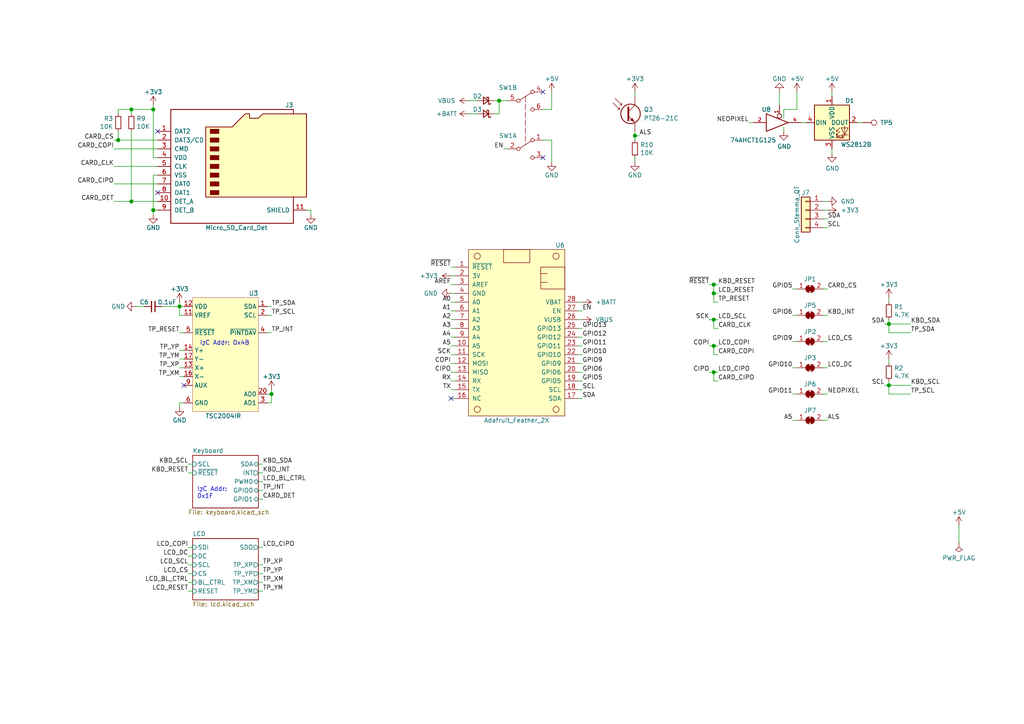
<source format=kicad_sch>
(kicad_sch (version 20210126) (generator eeschema)
  (paper "A4")
  (lib_symbols
    (symbol "74xGxx:74AHCT1G125" (pin_names (offset 1.016))
      (property "Reference" "U" (at -2.54 3.81 0))
      (property "Value" "74AHCT1G125" (at 0 -3.81 0))
      (symbol "74AHCT1G125_0_1"
        (polyline (pts (xy -3.81 2.54) (xy -3.81 -2.54) (xy 2.54 0) (xy -3.81 2.54)) (stroke (width 0.254)))
      )
      (symbol "74AHCT1G125_1_1"
        (pin input inverted (at 0 5.08 270) (length 3.81) (name "~") (number "1"))
        (pin input line (at -7.62 0 0) (length 3.81) (name "~") (number "2"))
        (pin power_in line (at 1.27 -1.27 270) (length 0) hide (name "GND") (number "3"))
        (pin tri_state line (at 6.35 0 180) (length 3.81) (name "~") (number "4"))
        (pin power_in line (at 1.27 1.27 90) (length 0) hide (name "VCC") (number "5"))
      )
    )
    (symbol "Connector:Micro_SD_Card_Det" (pin_names (offset 1.016))
      (property "Reference" "J" (at -16.51 17.78 0))
      (property "Value" "Micro_SD_Card_Det" (at 16.51 17.78 0))
      (symbol "Micro_SD_Card_Det_0_1"
        (rectangle (start -7.62 -6.985) (end -5.08 -8.255) (fill (type outline)))
        (rectangle (start -7.62 -4.445) (end -5.08 -5.715) (fill (type outline)))
        (rectangle (start -7.62 -1.905) (end -5.08 -3.175) (fill (type outline)))
        (rectangle (start -7.62 0.635) (end -5.08 -0.635) (fill (type outline)))
        (rectangle (start -7.62 3.175) (end -5.08 1.905) (fill (type outline)))
        (rectangle (start -7.62 5.715) (end -5.08 4.445) (fill (type outline)))
        (rectangle (start -7.62 8.255) (end -5.08 6.985) (fill (type outline)))
        (rectangle (start -7.62 10.795) (end -5.08 9.525) (fill (type outline)))
        (polyline (pts (xy 16.51 15.24) (xy 16.51 16.51) (xy -19.05 16.51) (xy -19.05 -16.51) (xy 16.51 -16.51) (xy 16.51 -8.89)) (stroke (width 0.254)))
        (polyline (pts (xy -8.89 -8.89) (xy -8.89 11.43) (xy -1.27 11.43) (xy 2.54 15.24) (xy 3.81 15.24) (xy 3.81 13.97) (xy 6.35 13.97) (xy 7.62 15.24) (xy 20.32 15.24) (xy 20.32 -8.89) (xy -8.89 -8.89)) (stroke (width 0.254)) (fill (type background)))
      )
      (symbol "Micro_SD_Card_Det_1_1"
        (pin bidirectional line (at -22.86 10.16 0) (length 3.81) (name "DAT2") (number "1"))
        (pin passive line (at -22.86 -10.16 0) (length 3.81) (name "DET_A") (number "10"))
        (pin passive line (at 20.32 -12.7 180) (length 3.81) (name "SHIELD") (number "11"))
        (pin bidirectional line (at -22.86 7.62 0) (length 3.81) (name "DAT3/CD") (number "2"))
        (pin input line (at -22.86 5.08 0) (length 3.81) (name "CMD") (number "3"))
        (pin power_in line (at -22.86 2.54 0) (length 3.81) (name "VDD") (number "4"))
        (pin input line (at -22.86 0 0) (length 3.81) (name "CLK") (number "5"))
        (pin power_in line (at -22.86 -2.54 0) (length 3.81) (name "VSS") (number "6"))
        (pin bidirectional line (at -22.86 -5.08 0) (length 3.81) (name "DAT0") (number "7"))
        (pin bidirectional line (at -22.86 -7.62 0) (length 3.81) (name "DAT1") (number "8"))
        (pin passive line (at -22.86 -12.7 0) (length 3.81) (name "DET_B") (number "9"))
      )
    )
    (symbol "Connector:TestPoint" (pin_numbers hide) (pin_names (offset 0.762) hide)
      (property "Reference" "TP" (at 0 6.858 0))
      (property "Value" "TestPoint" (at 0 5.08 0))
      (symbol "TestPoint_0_1"
        (circle (center 0 3.302) (radius 0.762))
      )
      (symbol "TestPoint_1_1"
        (pin passive line (at 0 0 90) (length 2.54) (name "1") (number "1"))
      )
    )
    (symbol "Connector_Generic:Conn_01x04" (pin_names (offset 1.016) hide)
      (property "Reference" "J" (at 0 5.08 0))
      (property "Value" "Conn_01x04" (at 0 -7.62 0))
      (symbol "Conn_01x04_1_1"
        (rectangle (start -1.27 -4.953) (end 0 -5.207) (stroke (width 0.1524)))
        (rectangle (start -1.27 -2.413) (end 0 -2.667) (stroke (width 0.1524)))
        (rectangle (start -1.27 0.127) (end 0 -0.127) (stroke (width 0.1524)))
        (rectangle (start -1.27 2.667) (end 0 2.413) (stroke (width 0.1524)))
        (rectangle (start -1.27 3.81) (end 1.27 -6.35) (stroke (width 0.254)) (fill (type background)))
        (pin passive line (at -5.08 2.54 0) (length 3.81) (name "Pin_1") (number "1"))
        (pin passive line (at -5.08 0 0) (length 3.81) (name "Pin_2") (number "2"))
        (pin passive line (at -5.08 -2.54 0) (length 3.81) (name "Pin_3") (number "3"))
        (pin passive line (at -5.08 -5.08 0) (length 3.81) (name "Pin_4") (number "4"))
      )
    )
    (symbol "Device:C_Small" (pin_numbers hide) (pin_names (offset 0.254) hide)
      (property "Reference" "C" (at 0.254 1.778 0))
      (property "Value" "C_Small" (at 0.254 -2.032 0))
      (symbol "C_Small_0_1"
        (polyline (pts (xy -1.524 -0.508) (xy 1.524 -0.508)) (stroke (width 0.3302)))
        (polyline (pts (xy -1.524 0.508) (xy 1.524 0.508)) (stroke (width 0.3048)))
      )
      (symbol "C_Small_1_1"
        (pin passive line (at 0 2.54 270) (length 2.032) (name "~") (number "1"))
        (pin passive line (at 0 -2.54 90) (length 2.032) (name "~") (number "2"))
      )
    )
    (symbol "Device:D_Schottky_Small" (pin_numbers hide) (pin_names (offset 0.254) hide)
      (property "Reference" "D" (at -1.27 2.032 0))
      (property "Value" "D_Schottky_Small" (at -7.112 -2.032 0))
      (symbol "D_Schottky_Small_0_1"
        (polyline (pts (xy -0.762 0) (xy 0.762 0)))
        (polyline (pts (xy 0.762 -1.016) (xy -0.762 0) (xy 0.762 1.016) (xy 0.762 -1.016)) (stroke (width 0.254)))
        (polyline (pts (xy -1.27 0.762) (xy -1.27 1.016) (xy -0.762 1.016) (xy -0.762 -1.016) (xy -0.254 -1.016) (xy -0.254 -0.762)) (stroke (width 0.254)))
      )
      (symbol "D_Schottky_Small_1_1"
        (pin passive line (at -2.54 0 0) (length 1.778) (name "K") (number "1"))
        (pin passive line (at 2.54 0 180) (length 1.778) (name "A") (number "2"))
      )
    )
    (symbol "Device:R_Small" (pin_numbers hide) (pin_names (offset 0.254) hide)
      (property "Reference" "R" (at 0.762 0.508 0))
      (property "Value" "R_Small" (at 0.762 -1.016 0))
      (symbol "R_Small_0_1"
        (rectangle (start -0.762 1.778) (end 0.762 -1.778) (stroke (width 0.2032)))
      )
      (symbol "R_Small_1_1"
        (pin passive line (at 0 2.54 270) (length 0.762) (name "~") (number "1"))
        (pin passive line (at 0 -2.54 90) (length 0.762) (name "~") (number "2"))
      )
    )
    (symbol "Interface_Expansion_Extra:TSC2004IR"
      (property "Reference" "U" (at 10.16 17.78 0))
      (property "Value" "TSC2004IR" (at 1.27 -17.78 0))
      (symbol "TSC2004IR_0_0"
        (pin bidirectional line (at 12.7 13.97 180) (length 2.54) (name "SDA") (number "1"))
        (pin passive line (at -11.43 -13.97 0) (length 2.54) hide (name "GND") (number "10"))
        (pin input line (at -11.43 11.43 0) (length 2.54) (name "VREF") (number "11"))
        (pin power_in line (at -11.43 13.97 0) (length 2.54) (name "VDD") (number "12"))
        (pin input line (at -11.43 -3.81 0) (length 2.54) (name "X+") (number "13"))
        (pin input line (at -11.43 1.27 0) (length 2.54) (name "Y+") (number "14"))
        (pin passive line (at -11.43 -13.97 0) (length 2.54) hide (name "GND") (number "15"))
        (pin input line (at -11.43 -6.35 0) (length 2.54) (name "X-") (number "16"))
        (pin input line (at -11.43 -1.27 0) (length 2.54) (name "Y-") (number "17"))
        (pin passive line (at -11.43 -13.97 0) (length 2.54) hide (name "GND") (number "18"))
        (pin no_connect line (at -2.54 -3.81 0) (length 2.54) hide (name "NC") (number "19"))
        (pin input line (at 12.7 11.43 180) (length 2.54) (name "SCL") (number "2"))
        (pin input line (at 12.7 -11.43 180) (length 2.54) (name "AD0") (number "20"))
        (pin passive line (at -11.43 -13.97 0) (length 2.54) hide (name "GND") (number "21"))
        (pin input line (at 12.7 -13.97 180) (length 2.54) (name "AD1") (number "3"))
        (pin output line (at 12.7 6.35 180) (length 2.54) (name "~PINTDAV~") (number "4"))
        (pin input line (at -11.43 6.35 0) (length 2.54) (name "~RESET~") (number "5"))
        (pin power_in line (at -11.43 -13.97 0) (length 2.54) (name "GND") (number "6"))
        (pin passive line (at -11.43 13.97 0) (length 2.54) hide (name "VDD") (number "7"))
        (pin no_connect line (at -2.54 -1.27 0) (length 2.54) hide (name "NC") (number "8"))
        (pin input line (at -11.43 -8.89 0) (length 2.54) (name "AUX") (number "9"))
      )
      (symbol "TSC2004IR_0_1"
        (rectangle (start -8.89 16.51) (end 10.16 -16.51) (stroke (width 0.001)) (fill (type background)))
      )
    )
    (symbol "Jumper:SolderJumper_2_Bridged" (pin_names (offset 0) hide)
      (property "Reference" "JP" (at 0 2.032 0))
      (property "Value" "SolderJumper_2_Bridged" (at 0 -2.54 0))
      (symbol "SolderJumper_2_Bridged_0_1"
        (arc (start -0.254 1.016) (end -0.254 -1.016) (radius (at -0.254 0) (length 1.016) (angles 90.1 -90.1)))
        (arc (start 0.254 -1.016) (end 0.254 1.016) (radius (at 0.254 0) (length 1.016) (angles -89.9 89.9)))
        (arc (start -0.254 1.016) (end -0.254 -1.016) (radius (at -0.254 0) (length 1.016) (angles 90.1 -90.1)) (fill (type outline)))
        (arc (start 0.254 -1.016) (end 0.254 1.016) (radius (at 0.254 0) (length 1.016) (angles -89.9 89.9)) (fill (type outline)))
        (rectangle (start -0.508 0.508) (end 0.508 -0.508) (fill (type outline)))
        (polyline (pts (xy -0.254 1.016) (xy -0.254 -1.016)))
        (polyline (pts (xy 0.254 1.016) (xy 0.254 -1.016)))
      )
      (symbol "SolderJumper_2_Bridged_1_1"
        (pin passive line (at -3.81 0 0) (length 2.54) (name "A") (number "1"))
        (pin passive line (at 3.81 0 180) (length 2.54) (name "B") (number "2"))
      )
    )
    (symbol "LED:WS2812B" (pin_names (offset 0.254))
      (property "Reference" "D" (at 5.08 5.715 0))
      (property "Value" "WS2812B" (at 1.27 -5.715 0))
      (symbol "WS2812B_0_0"
        (text "RGB" (at 2.286 -4.191 0) (effects (font (size 0.762 0.762))))
      )
      (symbol "WS2812B_0_1"
        (rectangle (start 5.08 5.08) (end -5.08 -5.08) (stroke (width 0.254)) (fill (type background)))
        (polyline (pts (xy 1.27 -3.556) (xy 1.778 -3.556)))
        (polyline (pts (xy 1.27 -2.54) (xy 1.778 -2.54)))
        (polyline (pts (xy 4.699 -3.556) (xy 2.667 -3.556)))
        (polyline (pts (xy 2.286 -2.54) (xy 1.27 -3.556) (xy 1.27 -3.048)))
        (polyline (pts (xy 2.286 -1.524) (xy 1.27 -2.54) (xy 1.27 -2.032)))
        (polyline (pts (xy 3.683 -1.016) (xy 3.683 -3.556) (xy 3.683 -4.064)))
        (polyline (pts (xy 4.699 -1.524) (xy 2.667 -1.524) (xy 3.683 -3.556) (xy 4.699 -1.524)))
      )
      (symbol "WS2812B_1_1"
        (pin power_in line (at 0 7.62 270) (length 2.54) (name "VDD") (number "1"))
        (pin output line (at 7.62 0 180) (length 2.54) (name "DOUT") (number "2"))
        (pin power_in line (at 0 -7.62 90) (length 2.54) (name "VSS") (number "3"))
        (pin input line (at -7.62 0 0) (length 2.54) (name "DIN") (number "4"))
      )
    )
    (symbol "MCU_Module_Extra:Adafruit_Feather_2X" (pin_names (offset 1.016))
      (property "Reference" "U" (at 12.7 24.13 0))
      (property "Value" "Adafruit_Feather_2X" (at 0.635 -26.67 0))
      (symbol "Adafruit_Feather_2X_0_1"
        (circle (center -11.43 -23.495) (radius 0.889))
        (circle (center -11.43 20.955) (radius 0.889))
        (circle (center 11.43 -23.495) (radius 0.889))
        (circle (center 11.43 20.955) (radius 0.889))
        (rectangle (start -3.81 22.86) (end 3.81 19.05))
        (rectangle (start 6.985 13.335) (end 8.89 13.335))
        (rectangle (start 6.985 15.875) (end 8.89 15.875))
        (rectangle (start 13.97 17.78) (end 6.985 11.43))
        (rectangle (start -13.97 22.86) (end 13.97 -25.4) (fill (type background)))
      )
      (symbol "Adafruit_Feather_2X_1_1"
        (pin bidirectional line (at -17.78 17.78 0) (length 3.81) (name "~RESET~") (number "1"))
        (pin passive line (at -17.78 17.78 0) (length 3.81) hide (name "~RESET~") (number "1"))
        (pin bidirectional line (at -17.78 -5.08 0) (length 3.81) (name "A5") (number "10"))
        (pin passive line (at -17.78 -5.08 0) (length 3.81) hide (name "A5") (number "10"))
        (pin output line (at -17.78 -7.62 0) (length 3.81) (name "SCK") (number "11"))
        (pin passive line (at -17.78 -7.62 0) (length 3.81) hide (name "SCK") (number "11"))
        (pin output line (at -17.78 -10.16 0) (length 3.81) (name "MOSI") (number "12"))
        (pin passive line (at -17.78 -10.16 0) (length 3.81) hide (name "MOSI") (number "12"))
        (pin input line (at -17.78 -12.7 0) (length 3.81) (name "MISO") (number "13"))
        (pin passive line (at -17.78 -12.7 0) (length 3.81) hide (name "MISO") (number "13"))
        (pin input line (at -17.78 -15.24 0) (length 3.81) (name "RX") (number "14"))
        (pin passive line (at -17.78 -15.24 0) (length 3.81) hide (name "RX") (number "14"))
        (pin output line (at -17.78 -17.78 0) (length 3.81) (name "TX") (number "15"))
        (pin passive line (at -17.78 -17.78 0) (length 3.81) hide (name "TX") (number "15"))
        (pin bidirectional line (at -17.78 -20.32 0) (length 3.81) (name "NC") (number "16"))
        (pin passive line (at -17.78 -20.32 0) (length 3.81) hide (name "NC") (number "16"))
        (pin bidirectional line (at 17.78 -20.32 180) (length 3.81) (name "SDA") (number "17"))
        (pin passive line (at 17.78 -20.32 180) (length 3.81) hide (name "SDA") (number "17"))
        (pin output line (at 17.78 -17.78 180) (length 3.81) (name "SCL") (number "18"))
        (pin passive line (at 17.78 -17.78 180) (length 3.81) hide (name "SCL") (number "18"))
        (pin bidirectional line (at 17.78 -15.24 180) (length 3.81) (name "GPIO5") (number "19"))
        (pin passive line (at 17.78 -15.24 180) (length 3.81) hide (name "GPIO5") (number "19"))
        (pin passive line (at -17.78 15.24 0) (length 3.81) hide (name "3V") (number "2"))
        (pin power_out line (at -17.78 15.24 0) (length 3.81) (name "3V") (number "2"))
        (pin bidirectional line (at 17.78 -12.7 180) (length 3.81) (name "GPIO6") (number "20"))
        (pin passive line (at 17.78 -12.7 180) (length 3.81) hide (name "GPIO6") (number "20"))
        (pin bidirectional line (at 17.78 -10.16 180) (length 3.81) (name "GPIO9") (number "21"))
        (pin passive line (at 17.78 -10.16 180) (length 3.81) hide (name "GPIO9") (number "21"))
        (pin bidirectional line (at 17.78 -7.62 180) (length 3.81) (name "GPIO10") (number "22"))
        (pin passive line (at 17.78 -7.62 180) (length 3.81) hide (name "GPIO10") (number "22"))
        (pin bidirectional line (at 17.78 -5.08 180) (length 3.81) (name "GPIO11") (number "23"))
        (pin passive line (at 17.78 -5.08 180) (length 3.81) hide (name "GPIO11") (number "23"))
        (pin bidirectional line (at 17.78 -2.54 180) (length 3.81) (name "GPIO12") (number "24"))
        (pin passive line (at 17.78 -2.54 180) (length 3.81) hide (name "GPIO12") (number "24"))
        (pin bidirectional line (at 17.78 0 180) (length 3.81) (name "GPIO13") (number "25"))
        (pin passive line (at 17.78 0 180) (length 3.81) hide (name "GPIO13") (number "25"))
        (pin passive line (at 17.78 2.54 180) (length 3.81) hide (name "VUSB") (number "26"))
        (pin power_out line (at 17.78 2.54 180) (length 3.81) (name "VUSB") (number "26"))
        (pin input line (at 17.78 5.08 180) (length 3.81) (name "EN") (number "27"))
        (pin passive line (at 17.78 5.08 180) (length 3.81) hide (name "EN") (number "27"))
        (pin passive line (at 17.78 7.62 180) (length 3.81) hide (name "VBAT") (number "28"))
        (pin power_out line (at 17.78 7.62 180) (length 3.81) (name "VBAT") (number "28"))
        (pin input line (at -17.78 12.7 0) (length 3.81) (name "AREF") (number "3"))
        (pin passive line (at -17.78 12.7 0) (length 3.81) hide (name "AREF") (number "3"))
        (pin passive line (at -17.78 10.16 0) (length 3.81) hide (name "GND") (number "4"))
        (pin power_out line (at -17.78 10.16 0) (length 3.81) (name "GND") (number "4"))
        (pin bidirectional line (at -17.78 7.62 0) (length 3.81) (name "A0") (number "5"))
        (pin passive line (at -17.78 7.62 0) (length 3.81) hide (name "A0") (number "5"))
        (pin bidirectional line (at -17.78 5.08 0) (length 3.81) (name "A1") (number "6"))
        (pin passive line (at -17.78 5.08 0) (length 3.81) hide (name "A1") (number "6"))
        (pin bidirectional line (at -17.78 2.54 0) (length 3.81) (name "A2") (number "7"))
        (pin passive line (at -17.78 2.54 0) (length 3.81) hide (name "A2") (number "7"))
        (pin bidirectional line (at -17.78 0 0) (length 3.81) (name "A3") (number "8"))
        (pin passive line (at -17.78 0 0) (length 3.81) hide (name "A3") (number "8"))
        (pin bidirectional line (at -17.78 -2.54 0) (length 3.81) (name "A4") (number "9"))
        (pin passive line (at -17.78 -2.54 0) (length 3.81) hide (name "A4") (number "9"))
      )
    )
    (symbol "Sensor_Optical:KPS-3227" (pin_numbers hide)
      (property "Reference" "Q" (at 3.81 1.27 0))
      (property "Value" "KPS-3227" (at 7.62 -1.27 0))
      (symbol "KPS-3227_1_1"
        (circle (center -1.27 0) (radius 2.8194) (stroke (width 0.254)))
        (polyline (pts (xy -4.445 1.27) (xy -5.08 1.27)))
        (polyline (pts (xy -3.81 2.54) (xy -4.445 2.54)))
        (polyline (pts (xy -1.905 0.635) (xy 0 2.54)))
        (polyline (pts (xy -6.35 3.175) (xy -4.445 1.27) (xy -4.445 1.905)))
        (polyline (pts (xy -5.715 4.445) (xy -3.81 2.54) (xy -3.81 3.175)))
        (polyline (pts (xy -1.905 -0.635) (xy 0 -2.54) (xy 0 -2.54)))
        (polyline (pts (xy -1.905 1.905) (xy -1.905 -1.905) (xy -1.905 -1.905)) (stroke (width 0.508)))
        (polyline (pts (xy -1.27 -1.778) (xy -0.762 -1.27) (xy -0.254 -2.286) (xy -1.27 -1.778) (xy -1.27 -1.778)) (fill (type outline)))
        (pin passive line (at 0 5.08 270) (length 2.54) hide (name "~") (number "1"))
        (pin passive line (at 0 -5.08 90) (length 2.54) hide (name "~") (number "2"))
        (pin passive line (at 0 5.08 270) (length 2.54) (name "~") (number "3"))
        (pin passive line (at 0 -5.08 90) (length 2.54) (name "~") (number "4"))
      )
    )
    (symbol "Switch:SW_DPDT_x2" (pin_names (offset 0) hide)
      (property "Reference" "SW" (at 0 4.318 0))
      (property "Value" "SW_DPDT_x2" (at 0 -5.08 0))
      (symbol "SW_DPDT_x2_0_0"
        (circle (center -2.032 0) (radius 0.508))
        (circle (center 2.032 -2.54) (radius 0.508))
      )
      (symbol "SW_DPDT_x2_0_1"
        (circle (center 2.032 2.54) (radius 0.508))
        (polyline (pts (xy -1.524 0.254) (xy 1.651 2.286)))
      )
      (symbol "SW_DPDT_x2_1_1"
        (pin passive line (at 5.08 2.54 180) (length 2.54) (name "A") (number "1"))
        (pin passive line (at -5.08 0 0) (length 2.54) (name "B") (number "2"))
        (pin passive line (at 5.08 -2.54 180) (length 2.54) (name "C") (number "3"))
      )
      (symbol "SW_DPDT_x2_2_1"
        (pin passive line (at 5.08 2.54 180) (length 2.54) (name "A") (number "4"))
        (pin passive line (at -5.08 0 0) (length 2.54) (name "B") (number "5"))
        (pin passive line (at 5.08 -2.54 180) (length 2.54) (name "C") (number "6"))
      )
    )
    (symbol "power:+3.3V" (power) (pin_names (offset 0))
      (property "Value" "+3.3V" (at 0 3.556 0))
      (symbol "+3.3V_0_1"
        (polyline (pts (xy -0.762 1.27) (xy 0 2.54)))
        (polyline (pts (xy 0 0) (xy 0 2.54)))
        (polyline (pts (xy 0 2.54) (xy 0.762 1.27)))
      )
      (symbol "+3.3V_1_1"
        (pin power_in line (at 0 0 90) (length 0) hide (name "+3V3") (number "1"))
      )
    )
    (symbol "power:+3.3V_1" (power) (pin_names (offset 0))
      (property "Value" "+3.3V" (at 0 3.556 0))
      (symbol "+3.3V_1_0_1"
        (polyline (pts (xy -0.762 1.27) (xy 0 2.54)))
        (polyline (pts (xy 0 0) (xy 0 2.54)))
        (polyline (pts (xy 0 2.54) (xy 0.762 1.27)))
      )
      (symbol "+3.3V_1_1_1"
        (pin power_in line (at 0 0 90) (length 0) hide (name "+3V3") (number "1"))
      )
    )
    (symbol "power:+3.3V_2" (power) (pin_names (offset 0))
      (property "Value" "+3.3V" (at 0 3.556 0))
      (symbol "+3.3V_2_0_1"
        (polyline (pts (xy -0.762 1.27) (xy 0 2.54)))
        (polyline (pts (xy 0 0) (xy 0 2.54)))
        (polyline (pts (xy 0 2.54) (xy 0.762 1.27)))
      )
      (symbol "+3.3V_2_1_1"
        (pin power_in line (at 0 0 90) (length 0) hide (name "+3V3") (number "1"))
      )
    )
    (symbol "power:+3.3V_3" (power) (pin_names (offset 0))
      (property "Value" "+3.3V" (at 0 3.556 0))
      (symbol "+3.3V_3_0_1"
        (polyline (pts (xy -0.762 1.27) (xy 0 2.54)))
        (polyline (pts (xy 0 0) (xy 0 2.54)))
        (polyline (pts (xy 0 2.54) (xy 0.762 1.27)))
      )
      (symbol "+3.3V_3_1_1"
        (pin power_in line (at 0 0 90) (length 0) hide (name "+3V3") (number "1"))
      )
    )
    (symbol "power:+3.3V_4" (power) (pin_names (offset 0))
      (property "Value" "+3.3V" (at 0 3.556 0))
      (symbol "+3.3V_4_0_1"
        (polyline (pts (xy -0.762 1.27) (xy 0 2.54)))
        (polyline (pts (xy 0 0) (xy 0 2.54)))
        (polyline (pts (xy 0 2.54) (xy 0.762 1.27)))
      )
      (symbol "+3.3V_4_1_1"
        (pin power_in line (at 0 0 90) (length 0) hide (name "+3V3") (number "1"))
      )
    )
    (symbol "power:+3.3V_5" (power) (pin_names (offset 0))
      (property "Value" "+3.3V" (at 0 3.556 0))
      (symbol "+3.3V_5_0_1"
        (polyline (pts (xy -0.762 1.27) (xy 0 2.54)))
        (polyline (pts (xy 0 0) (xy 0 2.54)))
        (polyline (pts (xy 0 2.54) (xy 0.762 1.27)))
      )
      (symbol "+3.3V_5_1_1"
        (pin power_in line (at 0 0 90) (length 0) hide (name "+3V3") (number "1"))
      )
    )
    (symbol "power:+3.3V_6" (power) (pin_names (offset 0))
      (property "Value" "+3.3V" (at 0 3.556 0))
      (symbol "+3.3V_6_0_1"
        (polyline (pts (xy -0.762 1.27) (xy 0 2.54)))
        (polyline (pts (xy 0 0) (xy 0 2.54)))
        (polyline (pts (xy 0 2.54) (xy 0.762 1.27)))
      )
      (symbol "+3.3V_6_1_1"
        (pin power_in line (at 0 0 90) (length 0) hide (name "+3V3") (number "1"))
      )
    )
    (symbol "power:+3.3V_7" (power) (pin_names (offset 0))
      (property "Value" "+3.3V" (at 0 3.556 0))
      (symbol "+3.3V_7_0_1"
        (polyline (pts (xy -0.762 1.27) (xy 0 2.54)))
        (polyline (pts (xy 0 0) (xy 0 2.54)))
        (polyline (pts (xy 0 2.54) (xy 0.762 1.27)))
      )
      (symbol "+3.3V_7_1_1"
        (pin power_in line (at 0 0 90) (length 0) hide (name "+3V3") (number "1"))
      )
    )
    (symbol "power:+5V" (power) (pin_names (offset 0))
      (property "Value" "+5V" (at 0 3.556 0))
      (symbol "+5V_0_1"
        (polyline (pts (xy -0.762 1.27) (xy 0 2.54)))
        (polyline (pts (xy 0 0) (xy 0 2.54)))
        (polyline (pts (xy 0 2.54) (xy 0.762 1.27)))
      )
      (symbol "+5V_1_1"
        (pin power_in line (at 0 0 90) (length 0) hide (name "+5V") (number "1"))
      )
    )
    (symbol "power:+BATT" (power) (pin_names (offset 0))
      (property "Value" "+BATT" (at 0 3.556 0))
      (symbol "+BATT_0_1"
        (polyline (pts (xy -0.762 1.27) (xy 0 2.54)))
        (polyline (pts (xy 0 0) (xy 0 2.54)))
        (polyline (pts (xy 0 2.54) (xy 0.762 1.27)))
      )
      (symbol "+BATT_1_1"
        (pin power_in line (at 0 0 90) (length 0) hide (name "+BATT") (number "1"))
      )
    )
    (symbol "power:GND" (power) (pin_names (offset 0))
      (property "Value" "GND" (at 0 -3.81 0))
      (symbol "GND_0_1"
        (polyline (pts (xy 0 0) (xy 0 -1.27) (xy 1.27 -1.27) (xy 0 -2.54) (xy -1.27 -1.27) (xy 0 -1.27)))
      )
      (symbol "GND_1_1"
        (pin power_in line (at 0 0 270) (length 0) hide (name "GND") (number "1"))
      )
    )
    (symbol "power:PWR_FLAG" (power) (pin_numbers hide) (pin_names (offset 0) hide)
      (property "Value" "PWR_FLAG" (at 0 3.81 0))
      (symbol "PWR_FLAG_0_0"
        (pin power_out line (at 0 0 90) (length 0) (name "pwr") (number "1"))
      )
      (symbol "PWR_FLAG_0_1"
        (polyline (pts (xy 0 0) (xy 0 1.27) (xy -1.016 1.905) (xy 0 2.54) (xy 1.016 1.905) (xy 0 1.27)))
      )
    )
    (symbol "power:VBUS" (power) (pin_names (offset 0))
      (property "Value" "VBUS" (at 0 3.81 0))
      (symbol "VBUS_0_1"
        (polyline (pts (xy -0.762 1.27) (xy 0 2.54)))
        (polyline (pts (xy 0 0) (xy 0 2.54)))
        (polyline (pts (xy 0 2.54) (xy 0.762 1.27)))
      )
      (symbol "VBUS_1_1"
        (pin power_in line (at 0 0 90) (length 0) hide (name "VBUS") (number "1"))
      )
    )
  )
  (junction (at 34.29 40.64) (diameter 1.016))
  (junction (at 38.1 31.75) (diameter 1.016))
  (junction (at 38.1 58.42) (diameter 1.016))
  (junction (at 44.45 31.75) (diameter 1.016))
  (junction (at 44.45 60.96) (diameter 1.016))
  (junction (at 52.07 88.9) (diameter 1.016))
  (junction (at 78.74 114.3) (diameter 1.016))
  (junction (at 144.78 29.21) (diameter 1.016))
  (junction (at 184.15 39.37) (diameter 1.016))
  (junction (at 207.01 82.55) (diameter 1.016))
  (junction (at 207.01 85.09) (diameter 1.016))
  (junction (at 207.01 92.71) (diameter 1.016))
  (junction (at 207.01 100.33) (diameter 1.016))
  (junction (at 207.01 107.95) (diameter 1.016))
  (junction (at 257.81 93.98) (diameter 1.016))
  (junction (at 257.81 111.76) (diameter 1.016))
  (no_connect (at 45.72 38.1))
  (no_connect (at 45.72 55.88))
  (no_connect (at 53.34 111.76))
  (no_connect (at 130.81 115.57))
  (no_connect (at 157.48 26.67))
  (no_connect (at 157.48 45.72))
  (wire (pts (xy 33.02 40.64) (xy 34.29 40.64)))
  (wire (pts (xy 33.02 58.42) (xy 38.1 58.42)))
  (wire (pts (xy 34.29 31.75) (xy 38.1 31.75)))
  (wire (pts (xy 34.29 33.02) (xy 34.29 31.75)))
  (wire (pts (xy 34.29 40.64) (xy 34.29 38.1)))
  (wire (pts (xy 34.29 40.64) (xy 45.72 40.64)))
  (wire (pts (xy 38.1 31.75) (xy 44.45 31.75)))
  (wire (pts (xy 38.1 33.02) (xy 38.1 31.75)))
  (wire (pts (xy 38.1 38.1) (xy 38.1 58.42)))
  (wire (pts (xy 41.91 88.9) (xy 39.37 88.9)))
  (wire (pts (xy 44.45 30.48) (xy 44.45 31.75)))
  (wire (pts (xy 44.45 31.75) (xy 44.45 45.72)))
  (wire (pts (xy 44.45 50.8) (xy 44.45 60.96)))
  (wire (pts (xy 44.45 60.96) (xy 44.45 62.23)))
  (wire (pts (xy 45.72 43.18) (xy 33.02 43.18)))
  (wire (pts (xy 45.72 45.72) (xy 44.45 45.72)))
  (wire (pts (xy 45.72 48.26) (xy 33.02 48.26)))
  (wire (pts (xy 45.72 50.8) (xy 44.45 50.8)))
  (wire (pts (xy 45.72 53.34) (xy 33.02 53.34)))
  (wire (pts (xy 45.72 58.42) (xy 38.1 58.42)))
  (wire (pts (xy 45.72 60.96) (xy 44.45 60.96)))
  (wire (pts (xy 46.99 88.9) (xy 52.07 88.9)))
  (wire (pts (xy 52.07 88.9) (xy 52.07 87.63)))
  (wire (pts (xy 52.07 91.44) (xy 52.07 88.9)))
  (wire (pts (xy 52.07 116.84) (xy 52.07 118.11)))
  (wire (pts (xy 53.34 88.9) (xy 52.07 88.9)))
  (wire (pts (xy 53.34 91.44) (xy 52.07 91.44)))
  (wire (pts (xy 53.34 96.52) (xy 52.07 96.52)))
  (wire (pts (xy 53.34 101.6) (xy 52.07 101.6)))
  (wire (pts (xy 53.34 104.14) (xy 52.07 104.14)))
  (wire (pts (xy 53.34 106.68) (xy 52.07 106.68)))
  (wire (pts (xy 53.34 109.22) (xy 52.07 109.22)))
  (wire (pts (xy 53.34 116.84) (xy 52.07 116.84)))
  (wire (pts (xy 55.88 134.62) (xy 54.61 134.62)))
  (wire (pts (xy 55.88 137.16) (xy 54.61 137.16)))
  (wire (pts (xy 55.88 158.75) (xy 54.61 158.75)))
  (wire (pts (xy 55.88 161.29) (xy 54.61 161.29)))
  (wire (pts (xy 55.88 163.83) (xy 54.61 163.83)))
  (wire (pts (xy 55.88 166.37) (xy 54.61 166.37)))
  (wire (pts (xy 55.88 168.91) (xy 54.61 168.91)))
  (wire (pts (xy 55.88 171.45) (xy 54.61 171.45)))
  (wire (pts (xy 74.93 134.62) (xy 76.2 134.62)))
  (wire (pts (xy 74.93 137.16) (xy 76.2 137.16)))
  (wire (pts (xy 74.93 139.7) (xy 76.2 139.7)))
  (wire (pts (xy 74.93 142.24) (xy 76.2 142.24)))
  (wire (pts (xy 74.93 144.78) (xy 76.2 144.78)))
  (wire (pts (xy 74.93 158.75) (xy 76.2 158.75)))
  (wire (pts (xy 74.93 163.83) (xy 76.2 163.83)))
  (wire (pts (xy 74.93 166.37) (xy 76.2 166.37)))
  (wire (pts (xy 74.93 168.91) (xy 76.2 168.91)))
  (wire (pts (xy 74.93 171.45) (xy 76.2 171.45)))
  (wire (pts (xy 77.47 88.9) (xy 78.74 88.9)))
  (wire (pts (xy 77.47 91.44) (xy 78.74 91.44)))
  (wire (pts (xy 77.47 96.52) (xy 78.74 96.52)))
  (wire (pts (xy 77.47 114.3) (xy 78.74 114.3)))
  (wire (pts (xy 78.74 113.03) (xy 78.74 114.3)))
  (wire (pts (xy 78.74 114.3) (xy 78.74 116.84)))
  (wire (pts (xy 78.74 116.84) (xy 77.47 116.84)))
  (wire (pts (xy 88.9 60.96) (xy 90.17 60.96)))
  (wire (pts (xy 90.17 60.96) (xy 90.17 62.23)))
  (wire (pts (xy 132.08 77.47) (xy 130.81 77.47)))
  (wire (pts (xy 132.08 80.01) (xy 130.81 80.01)))
  (wire (pts (xy 132.08 82.55) (xy 130.81 82.55)))
  (wire (pts (xy 132.08 85.09) (xy 130.81 85.09)))
  (wire (pts (xy 132.08 87.63) (xy 130.81 87.63)))
  (wire (pts (xy 132.08 90.17) (xy 130.81 90.17)))
  (wire (pts (xy 132.08 92.71) (xy 130.81 92.71)))
  (wire (pts (xy 132.08 95.25) (xy 130.81 95.25)))
  (wire (pts (xy 132.08 97.79) (xy 130.81 97.79)))
  (wire (pts (xy 132.08 100.33) (xy 130.81 100.33)))
  (wire (pts (xy 132.08 102.87) (xy 130.81 102.87)))
  (wire (pts (xy 132.08 105.41) (xy 130.81 105.41)))
  (wire (pts (xy 132.08 107.95) (xy 130.81 107.95)))
  (wire (pts (xy 132.08 110.49) (xy 130.81 110.49)))
  (wire (pts (xy 132.08 113.03) (xy 130.81 113.03)))
  (wire (pts (xy 132.08 115.57) (xy 130.81 115.57)))
  (wire (pts (xy 135.89 29.21) (xy 138.43 29.21)))
  (wire (pts (xy 135.89 33.02) (xy 138.43 33.02)))
  (wire (pts (xy 143.51 29.21) (xy 144.78 29.21)))
  (wire (pts (xy 144.78 29.21) (xy 144.78 33.02)))
  (wire (pts (xy 144.78 29.21) (xy 147.32 29.21)))
  (wire (pts (xy 144.78 33.02) (xy 143.51 33.02)))
  (wire (pts (xy 147.32 43.18) (xy 146.05 43.18)))
  (wire (pts (xy 157.48 31.75) (xy 160.02 31.75)))
  (wire (pts (xy 157.48 40.64) (xy 160.02 40.64)))
  (wire (pts (xy 160.02 31.75) (xy 160.02 26.67)))
  (wire (pts (xy 160.02 40.64) (xy 160.02 46.99)))
  (wire (pts (xy 167.64 87.63) (xy 168.91 87.63)))
  (wire (pts (xy 167.64 90.17) (xy 168.91 90.17)))
  (wire (pts (xy 167.64 92.71) (xy 168.91 92.71)))
  (wire (pts (xy 167.64 95.25) (xy 168.91 95.25)))
  (wire (pts (xy 167.64 97.79) (xy 168.91 97.79)))
  (wire (pts (xy 167.64 100.33) (xy 168.91 100.33)))
  (wire (pts (xy 167.64 102.87) (xy 168.91 102.87)))
  (wire (pts (xy 167.64 105.41) (xy 168.91 105.41)))
  (wire (pts (xy 167.64 107.95) (xy 168.91 107.95)))
  (wire (pts (xy 167.64 110.49) (xy 168.91 110.49)))
  (wire (pts (xy 167.64 113.03) (xy 168.91 113.03)))
  (wire (pts (xy 167.64 115.57) (xy 168.91 115.57)))
  (wire (pts (xy 184.15 26.67) (xy 184.15 27.94)))
  (wire (pts (xy 184.15 38.1) (xy 184.15 39.37)))
  (wire (pts (xy 184.15 39.37) (xy 184.15 40.64)))
  (wire (pts (xy 184.15 39.37) (xy 185.42 39.37)))
  (wire (pts (xy 184.15 45.72) (xy 184.15 46.99)))
  (wire (pts (xy 205.74 82.55) (xy 207.01 82.55)))
  (wire (pts (xy 205.74 92.71) (xy 207.01 92.71)))
  (wire (pts (xy 205.74 100.33) (xy 207.01 100.33)))
  (wire (pts (xy 205.74 107.95) (xy 207.01 107.95)))
  (wire (pts (xy 207.01 82.55) (xy 207.01 85.09)))
  (wire (pts (xy 207.01 82.55) (xy 208.28 82.55)))
  (wire (pts (xy 207.01 85.09) (xy 207.01 87.63)))
  (wire (pts (xy 207.01 85.09) (xy 208.28 85.09)))
  (wire (pts (xy 207.01 87.63) (xy 208.28 87.63)))
  (wire (pts (xy 207.01 92.71) (xy 207.01 95.25)))
  (wire (pts (xy 207.01 92.71) (xy 208.28 92.71)))
  (wire (pts (xy 207.01 95.25) (xy 208.28 95.25)))
  (wire (pts (xy 207.01 100.33) (xy 207.01 102.87)))
  (wire (pts (xy 207.01 100.33) (xy 208.28 100.33)))
  (wire (pts (xy 207.01 102.87) (xy 208.28 102.87)))
  (wire (pts (xy 207.01 107.95) (xy 207.01 110.49)))
  (wire (pts (xy 207.01 107.95) (xy 208.28 107.95)))
  (wire (pts (xy 207.01 110.49) (xy 208.28 110.49)))
  (wire (pts (xy 218.44 35.56) (xy 217.17 35.56)))
  (wire (pts (xy 226.06 30.48) (xy 226.06 26.67)))
  (wire (pts (xy 227.33 31.75) (xy 227.33 34.29)))
  (wire (pts (xy 227.33 31.75) (xy 231.14 31.75)))
  (wire (pts (xy 227.33 36.83) (xy 227.33 38.1)))
  (wire (pts (xy 229.87 83.82) (xy 231.14 83.82)))
  (wire (pts (xy 229.87 91.44) (xy 231.14 91.44)))
  (wire (pts (xy 229.87 99.06) (xy 231.14 99.06)))
  (wire (pts (xy 229.87 106.68) (xy 231.14 106.68)))
  (wire (pts (xy 229.87 114.3) (xy 231.14 114.3)))
  (wire (pts (xy 229.87 121.92) (xy 231.14 121.92)))
  (wire (pts (xy 231.14 31.75) (xy 231.14 26.67)))
  (wire (pts (xy 233.68 35.56) (xy 232.41 35.56)))
  (wire (pts (xy 238.76 58.42) (xy 240.03 58.42)))
  (wire (pts (xy 238.76 60.96) (xy 240.03 60.96)))
  (wire (pts (xy 238.76 63.5) (xy 240.03 63.5)))
  (wire (pts (xy 238.76 66.04) (xy 240.03 66.04)))
  (wire (pts (xy 238.76 83.82) (xy 240.03 83.82)))
  (wire (pts (xy 238.76 91.44) (xy 240.03 91.44)))
  (wire (pts (xy 238.76 99.06) (xy 240.03 99.06)))
  (wire (pts (xy 238.76 106.68) (xy 240.03 106.68)))
  (wire (pts (xy 238.76 114.3) (xy 240.03 114.3)))
  (wire (pts (xy 238.76 121.92) (xy 240.03 121.92)))
  (wire (pts (xy 241.3 27.94) (xy 241.3 26.67)))
  (wire (pts (xy 241.3 43.18) (xy 241.3 44.45)))
  (wire (pts (xy 248.92 35.56) (xy 250.19 35.56)))
  (wire (pts (xy 256.54 93.98) (xy 257.81 93.98)))
  (wire (pts (xy 256.54 111.76) (xy 257.81 111.76)))
  (wire (pts (xy 257.81 87.63) (xy 257.81 86.36)))
  (wire (pts (xy 257.81 92.71) (xy 257.81 93.98)))
  (wire (pts (xy 257.81 93.98) (xy 257.81 96.52)))
  (wire (pts (xy 257.81 93.98) (xy 264.16 93.98)))
  (wire (pts (xy 257.81 96.52) (xy 264.16 96.52)))
  (wire (pts (xy 257.81 105.41) (xy 257.81 104.14)))
  (wire (pts (xy 257.81 110.49) (xy 257.81 111.76)))
  (wire (pts (xy 257.81 111.76) (xy 257.81 114.3)))
  (wire (pts (xy 257.81 111.76) (xy 264.16 111.76)))
  (wire (pts (xy 257.81 114.3) (xy 264.16 114.3)))
  (wire (pts (xy 278.13 152.4) (xy 278.13 157.48)))
  (polyline (pts (xy 152.4 27.94) (xy 152.4 41.91)) (stroke (width 0.1524) (type dash) (color 132 0 0 1)))
  (text "I_{2}C Addr:\n0x1F" (at 57.15 144.78 0) (effects (font (size 1.27 1.27)) (justify left bottom)))
  (text "I_{2}C Addr: 0x4B" (at 72.39 100.33 180) (effects (font (size 1.27 1.27)) (justify right bottom)))
  (label "CARD_CS" (at 33.02 40.64 180))
  (label "CARD_COPI" (at 33.02 43.18 180))
  (label "CARD_CLK" (at 33.02 48.26 180))
  (label "CARD_CIPO" (at 33.02 53.34 180))
  (label "CARD_DET" (at 33.02 58.42 180))
  (label "TP_RESET" (at 52.07 96.52 180))
  (label "TP_YP" (at 52.07 101.6 180))
  (label "TP_YM" (at 52.07 104.14 180))
  (label "TP_XP" (at 52.07 106.68 180))
  (label "TP_XM" (at 52.07 109.22 180))
  (label "KBD_SCL" (at 54.61 134.62 180))
  (label "KBD_RESET" (at 54.61 137.16 180))
  (label "LCD_COPI" (at 54.61 158.75 180))
  (label "LCD_DC" (at 54.61 161.29 180))
  (label "LCD_SCL" (at 54.61 163.83 180))
  (label "LCD_CS" (at 54.61 166.37 180))
  (label "LCD_BL_CTRL" (at 54.61 168.91 180))
  (label "LCD_RESET" (at 54.61 171.45 180))
  (label "KBD_SDA" (at 76.2 134.62 0))
  (label "KBD_INT" (at 76.2 137.16 0))
  (label "LCD_BL_CTRL" (at 76.2 139.7 0))
  (label "TP_INT" (at 76.2 142.24 0))
  (label "CARD_DET" (at 76.2 144.78 0))
  (label "LCD_CIPO" (at 76.2 158.75 0))
  (label "TP_XP" (at 76.2 163.83 0))
  (label "TP_YP" (at 76.2 166.37 0))
  (label "TP_XM" (at 76.2 168.91 0))
  (label "TP_YM" (at 76.2 171.45 0))
  (label "TP_SDA" (at 78.74 88.9 0))
  (label "TP_SCL" (at 78.74 91.44 0))
  (label "TP_INT" (at 78.74 96.52 0))
  (label "~RESET~" (at 130.81 77.47 180))
  (label "AREF" (at 130.81 82.55 180))
  (label "A0" (at 130.81 87.63 180))
  (label "A1" (at 130.81 90.17 180))
  (label "A2" (at 130.81 92.71 180))
  (label "A3" (at 130.81 95.25 180))
  (label "A4" (at 130.81 97.79 180))
  (label "A5" (at 130.81 100.33 180))
  (label "SCK" (at 130.81 102.87 180))
  (label "COPI" (at 130.81 105.41 180))
  (label "CIPO" (at 130.81 107.95 180))
  (label "RX" (at 130.81 110.49 180))
  (label "TX" (at 130.81 113.03 180))
  (label "EN" (at 146.05 43.18 180))
  (label "EN" (at 168.91 90.17 0))
  (label "GPIO13" (at 168.91 95.25 0))
  (label "GPIO12" (at 168.91 97.79 0))
  (label "GPIO11" (at 168.91 100.33 0))
  (label "GPIO10" (at 168.91 102.87 0))
  (label "GPIO9" (at 168.91 105.41 0))
  (label "GPIO6" (at 168.91 107.95 0))
  (label "GPIO5" (at 168.91 110.49 0))
  (label "SCL" (at 168.91 113.03 0))
  (label "SDA" (at 168.91 115.57 0))
  (label "ALS" (at 185.42 39.37 0))
  (label "~RESET~" (at 205.74 82.55 180))
  (label "SCK" (at 205.74 92.71 180))
  (label "COPI" (at 205.74 100.33 180))
  (label "CIPO" (at 205.74 107.95 180))
  (label "KBD_RESET" (at 208.28 82.55 0))
  (label "LCD_RESET" (at 208.28 85.09 0))
  (label "TP_RESET" (at 208.28 87.63 0))
  (label "LCD_SCL" (at 208.28 92.71 0))
  (label "CARD_CLK" (at 208.28 95.25 0))
  (label "LCD_COPI" (at 208.28 100.33 0))
  (label "CARD_COPI" (at 208.28 102.87 0))
  (label "LCD_CIPO" (at 208.28 107.95 0))
  (label "CARD_CIPO" (at 208.28 110.49 0))
  (label "NEOPIXEL" (at 217.17 35.56 180))
  (label "GPIO5" (at 229.87 83.82 180))
  (label "GPIO6" (at 229.87 91.44 180))
  (label "GPIO9" (at 229.87 99.06 180))
  (label "GPIO10" (at 229.87 106.68 180))
  (label "GPIO11" (at 229.87 114.3 180))
  (label "A5" (at 229.87 121.92 180))
  (label "SDA" (at 240.03 63.5 0))
  (label "SCL" (at 240.03 66.04 0))
  (label "CARD_CS" (at 240.03 83.82 0))
  (label "KBD_INT" (at 240.03 91.44 0))
  (label "LCD_CS" (at 240.03 99.06 0))
  (label "LCD_DC" (at 240.03 106.68 0))
  (label "NEOPIXEL" (at 240.03 114.3 0))
  (label "ALS" (at 240.03 121.92 0))
  (label "SDA" (at 256.54 93.98 180))
  (label "SCL" (at 256.54 111.76 180))
  (label "KBD_SDA" (at 264.16 93.98 0))
  (label "TP_SDA" (at 264.16 96.52 0))
  (label "KBD_SCL" (at 264.16 111.76 0))
  (label "TP_SCL" (at 264.16 114.3 0))
  (symbol (lib_name "power:+3.3V_4") (lib_id "power:+3.3V") (at 44.45 30.48 0) (unit 1)
    (property "Reference" "#PWR0110" (effects hide))
    (property "Value" "+3.3V" (at 44.45 26.67 0))
  )
  (symbol (lib_id "power:+3.3V") (at 52.07 87.63 0) (unit 1)
    (property "Reference" "#PWR044" (effects hide))
    (property "Value" "+3.3V" (at 52.07 83.82 0))
  )
  (symbol (lib_name "power:+3.3V_5") (lib_id "power:+3.3V") (at 78.74 113.03 0) (unit 1)
    (property "Reference" "#PWR0109" (effects hide))
    (property "Value" "+3.3V" (at 78.74 109.22 0))
  )
  (symbol (lib_name "power:+3.3V_6") (lib_id "power:+3.3V") (at 130.81 80.01 90) (unit 1)
    (property "Reference" "#PWR01" (effects hide))
    (property "Value" "+3.3V" (at 127 80.01 90) (effects (justify left)))
  )
  (symbol (lib_id "power:VBUS") (at 135.89 29.21 90) (unit 1)
    (property "Reference" "#PWR0103" (effects hide))
    (property "Value" "VBUS" (at 129.54 29.21 90))
  )
  (symbol (lib_id "power:+BATT") (at 135.89 33.02 90) (unit 1)
    (property "Reference" "#PWR0102" (effects hide))
    (property "Value" "+BATT" (at 129.54 33.02 90))
  )
  (symbol (lib_id "power:+5V") (at 160.02 26.67 0) (unit 1)
    (property "Reference" "#PWR0105" (effects hide))
    (property "Value" "+5V" (at 160.02 22.86 0))
  )
  (symbol (lib_id "power:+BATT") (at 168.91 87.63 270) (unit 1)
    (property "Reference" "#PWR05" (effects hide))
    (property "Value" "+BATT" (at 172.72 87.63 90) (effects (justify left)))
  )
  (symbol (lib_id "power:VBUS") (at 168.91 92.71 270) (unit 1)
    (property "Reference" "#PWR0104" (effects hide))
    (property "Value" "VBUS" (at 172.72 92.71 90) (effects (justify left)))
  )
  (symbol (lib_name "power:+3.3V_7") (lib_id "power:+3.3V") (at 184.15 26.67 0) (unit 1)
    (property "Reference" "#PWR0111" (effects hide))
    (property "Value" "+3.3V" (at 184.15 22.86 0))
  )
  (symbol (lib_id "power:+5V") (at 231.14 26.67 0) (unit 1)
    (property "Reference" "#PWR061" (effects hide))
    (property "Value" "+5V" (at 231.14 22.86 0))
  )
  (symbol (lib_name "power:+3.3V_1") (lib_id "power:+3.3V") (at 240.03 60.96 270) (unit 1)
    (property "Reference" "#PWR0107" (effects hide))
    (property "Value" "+3.3V" (at 243.84 60.96 90) (effects (justify left)))
  )
  (symbol (lib_id "power:+5V") (at 241.3 26.67 0) (unit 1)
    (property "Reference" "#PWR0101" (effects hide))
    (property "Value" "+5V" (at 241.3 22.86 0))
  )
  (symbol (lib_name "power:+3.3V_2") (lib_id "power:+3.3V") (at 257.81 86.36 0) (unit 1)
    (property "Reference" "#PWR07" (effects hide))
    (property "Value" "+3.3V" (at 257.81 82.55 0))
  )
  (symbol (lib_name "power:+3.3V_3") (lib_id "power:+3.3V") (at 257.81 104.14 0) (unit 1)
    (property "Reference" "#PWR08" (effects hide))
    (property "Value" "+3.3V" (at 257.81 100.33 0))
  )
  (symbol (lib_id "power:+5V") (at 278.13 152.4 0) (unit 1)
    (property "Reference" "#PWR0106" (effects hide))
    (property "Value" "+5V" (at 278.13 148.59 0))
  )
  (symbol (lib_id "power:PWR_FLAG") (at 278.13 157.48 180) (unit 1)
    (property "Reference" "#FLG0101" (effects hide))
    (property "Value" "PWR_FLAG" (at 278.13 161.8742 0))
  )
  (symbol (lib_id "Connector:TestPoint") (at 250.19 35.56 270) (unit 1) (in_bom no)
    (property "Reference" "TP5" (at 255.27 35.56 90) (effects (justify left)))
    (property "Value" "TP_NEOPIXEL_OUT" (effects hide))
    (property "Footprint" "TestPoint:TestPoint_Pad_D2.0mm" (effects hide))
  )
  (symbol (lib_id "power:GND") (at 39.37 88.9 270) (unit 1)
    (property "Reference" "#PWR027" (effects hide))
    (property "Value" "GND" (at 34.29 88.9 90))
  )
  (symbol (lib_id "power:GND") (at 44.45 62.23 0) (unit 1)
    (property "Reference" "#PWR011" (effects hide))
    (property "Value" "GND" (at 44.45 66.04 0))
  )
  (symbol (lib_id "power:GND") (at 52.07 118.11 0) (unit 1)
    (property "Reference" "#PWR045" (effects hide))
    (property "Value" "GND" (at 52.07 121.92 0))
  )
  (symbol (lib_id "power:GND") (at 90.17 62.23 0) (unit 1)
    (property "Reference" "#PWR013" (effects hide))
    (property "Value" "GND" (at 90.17 66.04 0))
  )
  (symbol (lib_id "power:GND") (at 130.81 85.09 270) (unit 1)
    (property "Reference" "#PWR02" (effects hide))
    (property "Value" "GND" (at 127 85.09 90) (effects (justify right)))
  )
  (symbol (lib_id "power:GND") (at 160.02 46.99 0) (unit 1)
    (property "Reference" "#PWR04" (effects hide))
    (property "Value" "GND" (at 160.02 50.8 0))
  )
  (symbol (lib_id "power:GND") (at 184.15 46.99 0) (unit 1)
    (property "Reference" "#PWR0112" (effects hide))
    (property "Value" "GND" (at 184.15 50.8 0))
  )
  (symbol (lib_id "power:GND") (at 226.06 26.67 180) (unit 1)
    (property "Reference" "#PWR059" (effects hide))
    (property "Value" "GND" (at 226.06 22.86 0))
  )
  (symbol (lib_id "power:GND") (at 227.33 38.1 0) (unit 1)
    (property "Reference" "#PWR060" (effects hide))
    (property "Value" "GND" (at 227.457 42.4942 0))
  )
  (symbol (lib_id "power:GND") (at 240.03 58.42 90) (unit 1)
    (property "Reference" "#PWR0108" (effects hide))
    (property "Value" "GND" (at 243.84 58.42 90) (effects (justify right)))
  )
  (symbol (lib_id "power:GND") (at 241.3 44.45 0) (unit 1)
    (property "Reference" "#PWR062" (effects hide))
    (property "Value" "GND" (at 241.427 48.8442 0))
  )
  (symbol (lib_id "Device:R_Small") (at 34.29 35.56 0) (mirror x) (unit 1)
    (property "Reference" "R3" (at 32.8168 34.3916 0) (effects (justify right)))
    (property "Value" "10K" (at 32.8168 36.703 0) (effects (justify right)))
    (property "Footprint" "Resistor_SMD:R_0603_1608Metric" (effects hide))
  )
  (symbol (lib_id "Device:R_Small") (at 38.1 35.56 180) (unit 1)
    (property "Reference" "R9" (at 39.5732 34.3916 0) (effects (justify right)))
    (property "Value" "10K" (at 39.5732 36.703 0) (effects (justify right)))
    (property "Footprint" "Resistor_SMD:R_0603_1608Metric" (effects hide))
  )
  (symbol (lib_id "Device:R_Small") (at 184.15 43.18 0) (unit 1)
    (property "Reference" "R10" (at 185.6486 42.0116 0) (effects (justify left)))
    (property "Value" "10K" (at 185.6486 44.323 0) (effects (justify left)))
    (property "Footprint" "Resistor_SMD:R_0603_1608Metric" (effects hide))
  )
  (symbol (lib_id "Device:R_Small") (at 257.81 90.17 0) (unit 1)
    (property "Reference" "R1" (at 259.3086 89.0016 0) (effects (justify left)))
    (property "Value" "4.7K" (at 259.3086 91.313 0) (effects (justify left)))
    (property "Footprint" "Resistor_SMD:R_0603_1608Metric" (effects hide))
  )
  (symbol (lib_id "Device:R_Small") (at 257.81 107.95 0) (unit 1)
    (property "Reference" "R2" (at 259.3086 106.7816 0) (effects (justify left)))
    (property "Value" "4.7K" (at 259.3086 109.093 0) (effects (justify left)))
    (property "Footprint" "Resistor_SMD:R_0603_1608Metric" (effects hide))
  )
  (symbol (lib_id "Device:D_Schottky_Small") (at 140.97 29.21 180) (unit 1)
    (property "Reference" "D2" (at 138.43 27.94 0))
    (property "Value" "S1JHE" (effects hide))
    (property "Footprint" "Diode_SMD:D_SOD-323_HandSoldering" (effects hide))
    (property "LCSC" "C114023" (effects hide))
  )
  (symbol (lib_id "Device:D_Schottky_Small") (at 140.97 33.02 180) (unit 1)
    (property "Reference" "D3" (at 138.43 31.75 0))
    (property "Value" "S1JHE" (effects hide))
    (property "Footprint" "Diode_SMD:D_SOD-323_HandSoldering" (effects hide))
    (property "LCSC" "C114023" (effects hide))
  )
  (symbol (lib_id "Jumper:SolderJumper_2_Bridged") (at 234.95 83.82 0) (unit 1) (in_bom no)
    (property "Reference" "JP1" (at 234.95 80.9498 0))
    (property "Value" "SB_CARD_CS" (effects hide))
    (property "Footprint" "Jumper:SolderJumper-2_P1.3mm_Bridged_RoundedPad1.0x1.5mm" (effects hide))
  )
  (symbol (lib_id "Jumper:SolderJumper_2_Bridged") (at 234.95 91.44 0) (unit 1) (in_bom no)
    (property "Reference" "JP5" (at 234.95 88.5698 0))
    (property "Value" "SB_KBD_INT" (effects hide))
    (property "Footprint" "Jumper:SolderJumper-2_P1.3mm_Bridged_RoundedPad1.0x1.5mm" (effects hide))
  )
  (symbol (lib_id "Jumper:SolderJumper_2_Bridged") (at 234.95 99.06 0) (unit 1) (in_bom no)
    (property "Reference" "JP2" (at 234.95 96.1898 0))
    (property "Value" "SB_LCD_CS" (effects hide))
    (property "Footprint" "Jumper:SolderJumper-2_P1.3mm_Bridged_RoundedPad1.0x1.5mm" (effects hide))
  )
  (symbol (lib_id "Jumper:SolderJumper_2_Bridged") (at 234.95 106.68 0) (unit 1) (in_bom no)
    (property "Reference" "JP3" (at 234.95 103.8098 0))
    (property "Value" "SB_LCD_DC" (effects hide))
    (property "Footprint" "Jumper:SolderJumper-2_P1.3mm_Bridged_RoundedPad1.0x1.5mm" (effects hide))
  )
  (symbol (lib_id "Jumper:SolderJumper_2_Bridged") (at 234.95 114.3 0) (unit 1) (in_bom no)
    (property "Reference" "JP6" (at 234.95 111.4298 0))
    (property "Value" "SB_NEOPIXEL" (effects hide))
    (property "Footprint" "Jumper:SolderJumper-2_P1.3mm_Bridged_RoundedPad1.0x1.5mm" (effects hide))
  )
  (symbol (lib_id "Jumper:SolderJumper_2_Bridged") (at 234.95 121.92 0) (unit 1) (in_bom no)
    (property "Reference" "JP7" (at 234.95 119.0498 0))
    (property "Value" "SB_ALS" (effects hide))
    (property "Footprint" "Jumper:SolderJumper-2_P1.3mm_Bridged_RoundedPad1.0x1.5mm" (effects hide))
  )
  (symbol (lib_id "Device:C_Small") (at 44.45 88.9 270) (unit 1)
    (property "Reference" "C6" (at 43.18 87.63 90) (effects (justify right)))
    (property "Value" "0.1uF" (at 45.72 87.63 90) (effects (justify left)))
    (property "Footprint" "Capacitor_SMD:C_0603_1608Metric" (effects hide))
  )
  (symbol (lib_id "Switch:SW_DPDT_x2") (at 152.4 29.21 0) (unit 2)
    (property "Reference" "SW1" (at 147.32 25.4 0))
    (property "Value" "SK-3245S-Lx-B" (effects hide))
    (property "Footprint" "Button_Switch_SMD_Extra:K3-x245S" (effects hide))
  )
  (symbol (lib_id "Switch:SW_DPDT_x2") (at 152.4 43.18 0) (unit 1)
    (property "Reference" "SW1" (at 147.32 39.37 0))
    (property "Value" "SK-3245S-Lx-B" (effects hide))
    (property "Footprint" "Button_Switch_SMD_Extra:K3-x245S" (effects hide))
  )
  (symbol (lib_id "Connector_Generic:Conn_01x04") (at 233.68 60.96 0) (mirror y) (unit 1)
    (property "Reference" "J7" (at 233.68 55.88 0))
    (property "Value" "Conn_Stemma_QT" (at 231.14 62.23 90))
    (property "Footprint" "Connector_JST:JST_SH_SM04B-SRSS-TB_1x04-1MP_P1.00mm_Horizontal" (effects hide))
    (property "LCSC" "C145956" (effects hide))
  )
  (symbol (lib_id "Sensor_Optical:KPS-3227") (at 184.15 33.02 0) (unit 1)
    (property "Reference" "Q3" (at 186.69 31.75 0) (effects (justify left)))
    (property "Value" "PT26-21C" (at 186.69 34.29 0) (effects (justify left)))
    (property "Footprint" "OptoDevice_Extra:Everlight_PT26-21C" (effects hide))
  )
  (symbol (lib_id "74xGxx:74AHCT1G125") (at 226.06 35.56 0) (unit 1)
    (property "Reference" "U8" (at 222.25 31.75 0))
    (property "Value" "74AHCT1G125" (at 218.44 40.64 0))
    (property "Footprint" "Package_TO_SOT_SMD:SOT-353_SC-70-5" (effects hide))
    (property "Datasheet" "http://www.ti.com/lit/sg/scyt129e/scyt129e.pdf" (effects hide))
    (property "LCSC" "C151890" (effects hide))
  )
  (symbol (lib_id "LED:WS2812B") (at 241.3 35.56 0) (unit 1)
    (property "Reference" "D1" (at 245.11 29.21 0) (effects (justify left)))
    (property "Value" "WS2812B" (at 243.84 41.91 0) (effects (justify left)))
    (property "Footprint" "LED_SMD:LED_WS2812B_PLCC4_5.0x5.0mm_P3.2mm" (effects hide))
    (property "Datasheet" "https://cdn-shop.adafruit.com/datasheets/WS2812B.pdf" (effects hide))
    (property "LCSC" "C11458" (effects hide))
  )
  (symbol (lib_id "Interface_Expansion_Extra:TSC2004IR") (at 64.77 102.87 0) (unit 1)
    (property "Reference" "U3" (at 74.93 85.09 0) (effects (justify right)))
    (property "Value" "TSC2004IR" (at 64.77 120.65 0))
    (property "Footprint" "Package_DFN_QFN:QFN-20-1EP_4x4mm_P0.5mm_EP2.7x2.7mm" (effects hide))
    (property "Datasheet" "https://datasheet.lcsc.com/szlcsc/1810010810_Texas-Instruments-TSC2004IRTJR_C128424.pdf" (effects hide))
    (property "LCSC" "C128424" (effects hide))
  )
  (symbol (lib_id "Connector:Micro_SD_Card_Det") (at 68.58 48.26 0) (unit 1)
    (property "Reference" "J3" (at 85.09 30.48 0) (effects (justify right)))
    (property "Value" "Micro_SD_Card_Det" (at 68.58 66.04 0))
    (property "Footprint" "Connector_Card_Extra:microSD_HC_Molex_104031-0811" (effects hide))
    (property "Datasheet" "https://www.hirose.com/product/en/download_file/key_name/DM3/category/Catalog/doc_file_id/49662/?file_category_id=4&item_id=195&is_series=1" (effects hide))
  )
  (symbol (lib_id "MCU_Module_Extra:Adafruit_Feather_2X") (at 149.86 95.25 0) (unit 1)
    (property "Reference" "U6" (at 163.83 71.12 0) (effects (justify right)))
    (property "Value" "Adafruit_Feather_2X" (at 149.86 121.92 0))
    (property "Footprint" "Module_Extra:FeatherWing" (effects hide))
  )
  (sheet (at 55.88 132.08) (size 19.05 15.24)
    (property "Sheet name" "Keyboard" (at 55.88 131.4445 0) (effects (justify left bottom)))
    (property "Sheet file" "keyboard.kicad_sch" (at 54.61 147.8285 0) (effects (justify left top)))
    (pin "SDA" bidirectional (at 74.93 134.62 0))
    (pin "SCL" input (at 55.88 134.62 180))
    (pin "INT" output (at 74.93 137.16 0))
    (pin "~RESET~" input (at 55.88 137.16 180))
    (pin "PWM0" bidirectional (at 74.93 139.7 0))
    (pin "GPIO0" bidirectional (at 74.93 142.24 0))
    (pin "GPIO1" bidirectional (at 74.93 144.78 0))
  )
  (sheet (at 55.88 156.21) (size 19.05 17.78)
    (property "Sheet name" "LCD" (at 55.88 155.5745 0) (effects (justify left bottom)))
    (property "Sheet file" "lcd.kicad_sch" (at 55.88 174.4985 0) (effects (justify left top)))
    (pin "RESET" input (at 55.88 171.45 180))
    (pin "SDO" output (at 74.93 158.75 0))
    (pin "SDI" input (at 55.88 158.75 180))
    (pin "DC" input (at 55.88 161.29 180))
    (pin "SCL" input (at 55.88 163.83 180))
    (pin "CS" input (at 55.88 166.37 180))
    (pin "BL_CTRL" input (at 55.88 168.91 180))
    (pin "TP_XP" output (at 74.93 163.83 0))
    (pin "TP_YP" output (at 74.93 166.37 0))
    (pin "TP_XM" output (at 74.93 168.91 0))
    (pin "TP_YM" output (at 74.93 171.45 0))
  )
)
</source>
